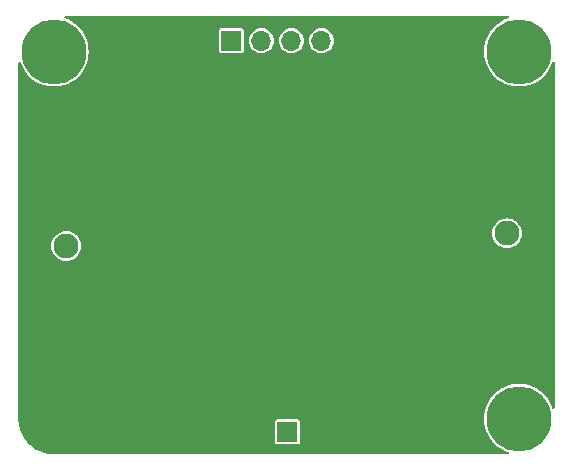
<source format=gbl>
G04 #@! TF.GenerationSoftware,KiCad,Pcbnew,8.0.9-1.fc41*
G04 #@! TF.CreationDate,2025-05-25T01:26:54-03:00*
G04 #@! TF.ProjectId,PA-circuit,50412d63-6972-4637-9569-742e6b696361,rev?*
G04 #@! TF.SameCoordinates,Original*
G04 #@! TF.FileFunction,Copper,L2,Bot*
G04 #@! TF.FilePolarity,Positive*
%FSLAX46Y46*%
G04 Gerber Fmt 4.6, Leading zero omitted, Abs format (unit mm)*
G04 Created by KiCad (PCBNEW 8.0.9-1.fc41) date 2025-05-25 01:26:54*
%MOMM*%
%LPD*%
G01*
G04 APERTURE LIST*
G04 #@! TA.AperFunction,ComponentPad*
%ADD10C,5.500000*%
G04 #@! TD*
G04 #@! TA.AperFunction,ComponentPad*
%ADD11R,1.700000X1.700000*%
G04 #@! TD*
G04 #@! TA.AperFunction,ComponentPad*
%ADD12O,1.700000X1.700000*%
G04 #@! TD*
G04 #@! TA.AperFunction,ComponentPad*
%ADD13C,2.108200*%
G04 #@! TD*
G04 #@! TA.AperFunction,ComponentPad*
%ADD14C,2.209800*%
G04 #@! TD*
G04 #@! TA.AperFunction,ComponentPad*
%ADD15C,0.500000*%
G04 #@! TD*
G04 #@! TA.AperFunction,SMDPad,CuDef*
%ADD16R,1.600000X1.600000*%
G04 #@! TD*
G04 #@! TA.AperFunction,ViaPad*
%ADD17C,0.800000*%
G04 #@! TD*
G04 APERTURE END LIST*
D10*
X108798000Y-43000000D03*
X69398000Y-74084000D03*
D11*
X84438000Y-42084000D03*
D12*
X86978000Y-42084000D03*
X89518000Y-42084000D03*
X92058000Y-42084000D03*
X94598000Y-42084000D03*
D10*
X108798000Y-74084000D03*
D13*
X107768578Y-58390958D03*
D14*
X105228578Y-60930958D03*
X105228578Y-55850958D03*
X110308578Y-60930958D03*
X110308578Y-55850958D03*
D10*
X69398000Y-43000000D03*
D11*
X89171078Y-75204225D03*
D13*
X70442066Y-59463829D03*
D14*
X72982066Y-56923829D03*
X72982066Y-62003829D03*
X67902066Y-56923829D03*
X67902066Y-62003829D03*
D15*
X86581078Y-57840958D03*
X86581078Y-58390958D03*
X86581078Y-58940958D03*
X87131078Y-57840958D03*
X87131078Y-58390958D03*
D16*
X87131078Y-58390958D03*
D15*
X87131078Y-58940958D03*
X87681078Y-57840958D03*
X87681078Y-58390958D03*
X87681078Y-58940958D03*
D17*
X99256078Y-53315958D03*
X90806078Y-70965958D03*
X88693578Y-50015958D03*
X93656078Y-51815958D03*
X90806078Y-67965958D03*
X79156078Y-64315958D03*
X102006078Y-63465958D03*
X90756078Y-52515958D03*
X70756078Y-65815958D03*
X97442066Y-60263829D03*
X99256078Y-45815958D03*
X79156078Y-71815958D03*
X96456078Y-53315958D03*
X88593578Y-51742958D03*
X96456078Y-51815958D03*
X110456078Y-48815958D03*
X96456078Y-48815958D03*
X82038209Y-58013401D03*
X83143578Y-44715958D03*
X96456078Y-42815958D03*
X93656078Y-56315958D03*
X93606078Y-61965958D03*
X73706078Y-42815958D03*
X88393578Y-53242958D03*
X107656078Y-48815958D03*
X99256078Y-56315958D03*
X70906078Y-56315958D03*
X68106078Y-48815958D03*
X102006078Y-66465958D03*
X102006078Y-70965958D03*
X104806078Y-63465958D03*
X67956078Y-68815958D03*
X93606078Y-72465958D03*
X84756078Y-73315958D03*
X107606078Y-64965958D03*
X107606078Y-63465958D03*
X107606078Y-69465958D03*
X85643578Y-48515958D03*
X83543578Y-46365958D03*
X99206078Y-61965958D03*
X93606078Y-63465958D03*
X90806078Y-47065958D03*
X73556078Y-64315958D03*
X99256078Y-47315958D03*
X73556078Y-67315958D03*
X79156078Y-70315958D03*
X73706078Y-53315958D03*
X107606078Y-66465958D03*
X84756078Y-68815958D03*
X100842066Y-60263829D03*
X99256078Y-42815958D03*
X96456078Y-50315958D03*
X81956078Y-73315958D03*
X93656078Y-50315958D03*
X104856078Y-48815958D03*
X81956078Y-65815958D03*
X104856078Y-44315958D03*
X93606078Y-75465958D03*
X96406078Y-63465958D03*
X81464578Y-50428500D03*
X102056078Y-48815958D03*
X102056078Y-51815958D03*
X73706078Y-51815958D03*
X85343578Y-44815958D03*
X81956078Y-68815958D03*
X73556078Y-73315958D03*
X70756078Y-70315958D03*
X99206078Y-63465958D03*
X76356078Y-64315958D03*
X76506078Y-44315958D03*
X102006078Y-69465958D03*
X102006078Y-75465958D03*
X78356078Y-57765958D03*
X99256078Y-51815958D03*
X90806078Y-66465958D03*
X104856078Y-41315958D03*
X88593578Y-55215958D03*
X93606078Y-73965958D03*
X96406078Y-70965958D03*
X79156078Y-68815958D03*
X76506078Y-50315958D03*
X96456078Y-41315958D03*
X102056078Y-54815958D03*
X84756078Y-70315958D03*
X104806078Y-75465958D03*
X107656078Y-50315958D03*
X76356078Y-68815958D03*
X104806078Y-69465958D03*
X96456078Y-56315958D03*
X76506078Y-48815958D03*
X70906078Y-51815958D03*
X99206078Y-75465958D03*
X75106078Y-57765958D03*
X79156078Y-67315958D03*
X68106078Y-47315958D03*
X84756078Y-64315958D03*
X68106078Y-51815958D03*
X96456078Y-47315958D03*
X107642066Y-60863829D03*
X104856078Y-51815958D03*
X76506078Y-54815958D03*
X104856078Y-47315958D03*
X90806078Y-64965958D03*
X84756078Y-62815958D03*
X99206078Y-66465958D03*
X81956078Y-74815958D03*
X96406078Y-73965958D03*
X76356078Y-67315958D03*
X67956078Y-67315958D03*
X99256078Y-48815958D03*
X99206078Y-69465958D03*
X99256078Y-54815958D03*
X107606078Y-67965958D03*
X90806078Y-69465958D03*
X96456078Y-44315958D03*
X102056078Y-50315958D03*
X88743578Y-48365958D03*
X79156078Y-65815958D03*
X96406078Y-72465958D03*
X93606078Y-66465958D03*
X79248022Y-50963551D03*
X104806078Y-64965958D03*
X102056078Y-41315958D03*
X110406078Y-64965958D03*
X104856078Y-53315958D03*
X102006078Y-73965958D03*
X104856078Y-42815958D03*
X73556078Y-74815958D03*
X80456078Y-44265958D03*
X85893578Y-54415958D03*
X99256078Y-50315958D03*
X67956078Y-64315958D03*
X79234557Y-53373716D03*
X73706078Y-45815958D03*
X110406078Y-69465958D03*
X102006078Y-67965958D03*
X76506078Y-42815958D03*
X107656078Y-47315958D03*
X73706078Y-44315958D03*
X104806078Y-72465958D03*
X70756078Y-67315958D03*
X93656078Y-48815958D03*
X73556078Y-71815958D03*
X76856078Y-57765958D03*
X104856078Y-50315958D03*
X80456078Y-42765958D03*
X102056078Y-53315958D03*
X73706078Y-54815958D03*
X99206078Y-64965958D03*
X96406078Y-67965958D03*
X79156078Y-73315958D03*
X99256078Y-44315958D03*
X110456078Y-50315958D03*
X104806078Y-66465958D03*
X81956078Y-62815958D03*
X90856078Y-44565958D03*
X110456078Y-53315958D03*
X76356078Y-65815958D03*
X90806078Y-72465958D03*
X102056078Y-47315958D03*
X93656078Y-54815958D03*
X73706078Y-48815958D03*
X76356078Y-70315958D03*
X102442066Y-60263829D03*
X85693578Y-50265958D03*
X68106078Y-54815958D03*
X73706078Y-50315958D03*
X68106078Y-53315958D03*
X76506078Y-56315958D03*
X110456078Y-47315958D03*
X90806078Y-61965958D03*
X76356078Y-71815958D03*
X84756078Y-61315958D03*
X104856078Y-45815958D03*
X96456078Y-54815958D03*
X84756078Y-65815958D03*
X93606078Y-67965958D03*
X93606078Y-69465958D03*
X93606078Y-70965958D03*
X107656078Y-53315958D03*
X90242066Y-60263829D03*
X96456078Y-45815958D03*
X99256078Y-41315958D03*
X79156078Y-61315958D03*
X70906078Y-48815958D03*
X83743578Y-47915958D03*
X76356078Y-73315958D03*
X104806078Y-67965958D03*
X104806078Y-70965958D03*
X73706078Y-47315958D03*
X81956078Y-64315958D03*
X96406078Y-69465958D03*
X80456078Y-41265958D03*
X70906078Y-50315958D03*
X96406078Y-61965958D03*
X81956078Y-70315958D03*
X70906078Y-54815958D03*
X102006078Y-72465958D03*
X88593578Y-44415958D03*
X90806078Y-63465958D03*
X83368316Y-58081336D03*
X92042066Y-60263829D03*
X79156078Y-62815958D03*
X73706078Y-41315958D03*
X110406078Y-66465958D03*
X102006078Y-64965958D03*
X70906078Y-47315958D03*
X102056078Y-45815958D03*
X95642066Y-60263829D03*
X80114851Y-57765958D03*
X96406078Y-64965958D03*
X81956078Y-61315958D03*
X110406078Y-67965958D03*
X84756078Y-71815958D03*
X70756078Y-64315958D03*
X70756078Y-68815958D03*
X99206078Y-67965958D03*
X84756078Y-67315958D03*
X76356078Y-74815958D03*
X67956078Y-70315958D03*
X73556078Y-65815958D03*
X110406078Y-63465958D03*
X76506078Y-47315958D03*
X76506078Y-51815958D03*
X88693578Y-45665958D03*
X84343578Y-50765958D03*
X107656078Y-51815958D03*
X67956078Y-65815958D03*
X102006078Y-61965958D03*
X99206078Y-73965958D03*
X81250422Y-54431477D03*
X102056078Y-42815958D03*
X81593578Y-52265958D03*
X96406078Y-66465958D03*
X81956078Y-71815958D03*
X102056078Y-56315958D03*
X76356078Y-62815958D03*
X93656078Y-53315958D03*
X90864942Y-48322468D03*
X88643578Y-47015958D03*
X99206078Y-72465958D03*
X85793578Y-52115958D03*
X70906078Y-53315958D03*
X96406078Y-73965958D03*
X107642066Y-56063829D03*
X76356078Y-61315958D03*
X84756078Y-74815958D03*
X73556078Y-68815958D03*
X81956078Y-67315958D03*
X104806078Y-73965958D03*
X91768578Y-56715958D03*
X76506078Y-53315958D03*
X93606078Y-64965958D03*
X91067881Y-50241172D03*
X110456078Y-51815958D03*
X79156078Y-74815958D03*
X91856078Y-55665958D03*
X99206078Y-70965958D03*
X76506078Y-45815958D03*
X70442066Y-62463829D03*
X68106078Y-50315958D03*
X96406078Y-75465958D03*
X76506078Y-41315958D03*
X73556078Y-70315958D03*
X102056078Y-44315958D03*
G04 #@! TA.AperFunction,Conductor*
G36*
X107910482Y-40018907D02*
G01*
X107946446Y-40068407D01*
X107946446Y-40129593D01*
X107910482Y-40179093D01*
X107886153Y-40192028D01*
X107627386Y-40286212D01*
X107627385Y-40286212D01*
X107627383Y-40286213D01*
X107320248Y-40440462D01*
X107033099Y-40629324D01*
X106769814Y-40850245D01*
X106533959Y-41100237D01*
X106328717Y-41375924D01*
X106328715Y-41375927D01*
X106156869Y-41673574D01*
X106156866Y-41673580D01*
X106020738Y-41989157D01*
X106020736Y-41989164D01*
X105922165Y-42318415D01*
X105922165Y-42318417D01*
X105862484Y-42656884D01*
X105842500Y-43000000D01*
X105862484Y-43343115D01*
X105922165Y-43681582D01*
X105922165Y-43681584D01*
X105976775Y-43863994D01*
X106020738Y-44010841D01*
X106156869Y-44326426D01*
X106328716Y-44624074D01*
X106533956Y-44899759D01*
X106769813Y-45149753D01*
X107033098Y-45370675D01*
X107320250Y-45559538D01*
X107627386Y-45713788D01*
X107950353Y-45831338D01*
X107950356Y-45831338D01*
X107950357Y-45831339D01*
X108284772Y-45910597D01*
X108284777Y-45910597D01*
X108284783Y-45910599D01*
X108626153Y-45950500D01*
X108626157Y-45950500D01*
X108969843Y-45950500D01*
X108969847Y-45950500D01*
X109311217Y-45910599D01*
X109311223Y-45910597D01*
X109311227Y-45910597D01*
X109534170Y-45857758D01*
X109645647Y-45831338D01*
X109968614Y-45713788D01*
X110275750Y-45559538D01*
X110562902Y-45370675D01*
X110826187Y-45149753D01*
X111062044Y-44899759D01*
X111267284Y-44624074D01*
X111439131Y-44326426D01*
X111575262Y-44010841D01*
X111604159Y-43914318D01*
X111638961Y-43863994D01*
X111696696Y-43843738D01*
X111755311Y-43861286D01*
X111792417Y-43909935D01*
X111798000Y-43942711D01*
X111798000Y-73141288D01*
X111779093Y-73199479D01*
X111729593Y-73235443D01*
X111668407Y-73235443D01*
X111618907Y-73199479D01*
X111604159Y-73169681D01*
X111575263Y-73073164D01*
X111575261Y-73073157D01*
X111439131Y-72757574D01*
X111267284Y-72459926D01*
X111062044Y-72184241D01*
X110826187Y-71934247D01*
X110562902Y-71713325D01*
X110469826Y-71652108D01*
X110275751Y-71524462D01*
X109968616Y-71370213D01*
X109968615Y-71370212D01*
X109968614Y-71370212D01*
X109645647Y-71252662D01*
X109645648Y-71252662D01*
X109645642Y-71252660D01*
X109311227Y-71173402D01*
X109220649Y-71162815D01*
X108969847Y-71133500D01*
X108626153Y-71133500D01*
X108414267Y-71158266D01*
X108284772Y-71173402D01*
X107950357Y-71252660D01*
X107756835Y-71323096D01*
X107627386Y-71370212D01*
X107627385Y-71370212D01*
X107627383Y-71370213D01*
X107320248Y-71524462D01*
X107033099Y-71713324D01*
X106769814Y-71934245D01*
X106533959Y-72184237D01*
X106328717Y-72459924D01*
X106328715Y-72459927D01*
X106156869Y-72757574D01*
X106156866Y-72757580D01*
X106020738Y-73073157D01*
X106020736Y-73073164D01*
X105922165Y-73402415D01*
X105922165Y-73402417D01*
X105862484Y-73740884D01*
X105842500Y-74084000D01*
X105862484Y-74427115D01*
X105922165Y-74765582D01*
X105922165Y-74765584D01*
X106020736Y-75094835D01*
X106020738Y-75094841D01*
X106156869Y-75410426D01*
X106328716Y-75708074D01*
X106533956Y-75983759D01*
X106769813Y-76233753D01*
X107033098Y-76454675D01*
X107320250Y-76643538D01*
X107627386Y-76797788D01*
X107886152Y-76891970D01*
X107934366Y-76929640D01*
X107951231Y-76988455D01*
X107930304Y-77045950D01*
X107879579Y-77080165D01*
X107852291Y-77084000D01*
X69399799Y-77084000D01*
X69399584Y-77083999D01*
X69399081Y-77083997D01*
X69398365Y-77083995D01*
X69397665Y-77083990D01*
X69396374Y-77083976D01*
X69396060Y-77083972D01*
X69243144Y-77081828D01*
X69240716Y-77081764D01*
X69232110Y-77081432D01*
X69227270Y-77081127D01*
X69219304Y-77080427D01*
X69218686Y-77080373D01*
X69216262Y-77080131D01*
X68910395Y-77045668D01*
X68907637Y-77045317D01*
X68897907Y-77043943D01*
X68892441Y-77043015D01*
X68882756Y-77041089D01*
X68880035Y-77040508D01*
X68581890Y-76972458D01*
X68579190Y-76971801D01*
X68569631Y-76969335D01*
X68564296Y-76967798D01*
X68554887Y-76964799D01*
X68552254Y-76963919D01*
X68263602Y-76862915D01*
X68260995Y-76861962D01*
X68251805Y-76858454D01*
X68246669Y-76856326D01*
X68237644Y-76852287D01*
X68235131Y-76851120D01*
X67959604Y-76718435D01*
X67957114Y-76717193D01*
X67948352Y-76712665D01*
X67943511Y-76709990D01*
X67942061Y-76709135D01*
X67934983Y-76704959D01*
X67932663Y-76703547D01*
X67673673Y-76540813D01*
X67671341Y-76539301D01*
X67663158Y-76533833D01*
X67658628Y-76530619D01*
X67650729Y-76524674D01*
X67648537Y-76522975D01*
X67409469Y-76332325D01*
X67407325Y-76330566D01*
X67399769Y-76324186D01*
X67395626Y-76320484D01*
X67388484Y-76313732D01*
X67386492Y-76311796D01*
X67170203Y-76095507D01*
X67168267Y-76093515D01*
X67161515Y-76086373D01*
X67157813Y-76082230D01*
X67151433Y-76074674D01*
X67149674Y-76072530D01*
X66959024Y-75833462D01*
X66957325Y-75831270D01*
X66951380Y-75823371D01*
X66948166Y-75818841D01*
X66942698Y-75810658D01*
X66941186Y-75808326D01*
X66878194Y-75708075D01*
X66778439Y-75549316D01*
X66777052Y-75547037D01*
X66772004Y-75538480D01*
X66769340Y-75533660D01*
X66764789Y-75524851D01*
X66763564Y-75522395D01*
X66630879Y-75246868D01*
X66629712Y-75244355D01*
X66625673Y-75235330D01*
X66623553Y-75230215D01*
X66620022Y-75220965D01*
X66619084Y-75218397D01*
X66518080Y-74929745D01*
X66517200Y-74927112D01*
X66514201Y-74917703D01*
X66512664Y-74912368D01*
X66510198Y-74902809D01*
X66509551Y-74900153D01*
X66441481Y-74601920D01*
X66440910Y-74599243D01*
X66438984Y-74589558D01*
X66438056Y-74584092D01*
X66436682Y-74574362D01*
X66436337Y-74571656D01*
X66409614Y-74334478D01*
X88120578Y-74334478D01*
X88120578Y-76073971D01*
X88120579Y-76073983D01*
X88124861Y-76095507D01*
X88132211Y-76132456D01*
X88176526Y-76198777D01*
X88242847Y-76243092D01*
X88287309Y-76251936D01*
X88301319Y-76254723D01*
X88301324Y-76254723D01*
X88301330Y-76254725D01*
X88301331Y-76254725D01*
X90040825Y-76254725D01*
X90040826Y-76254725D01*
X90099309Y-76243092D01*
X90165630Y-76198777D01*
X90209945Y-76132456D01*
X90221578Y-76073973D01*
X90221578Y-74334477D01*
X90209945Y-74275994D01*
X90165630Y-74209673D01*
X90165626Y-74209670D01*
X90099311Y-74165359D01*
X90099309Y-74165358D01*
X90099306Y-74165357D01*
X90099305Y-74165357D01*
X90040836Y-74153726D01*
X90040826Y-74153725D01*
X88301330Y-74153725D01*
X88301329Y-74153725D01*
X88301319Y-74153726D01*
X88242850Y-74165357D01*
X88242844Y-74165359D01*
X88176529Y-74209670D01*
X88176523Y-74209676D01*
X88132212Y-74275991D01*
X88132210Y-74275997D01*
X88120579Y-74334466D01*
X88120578Y-74334478D01*
X66409614Y-74334478D01*
X66401861Y-74265669D01*
X66401632Y-74263387D01*
X66400871Y-74254720D01*
X66400567Y-74249889D01*
X66400235Y-74241283D01*
X66400171Y-74238855D01*
X66399141Y-74165357D01*
X66398025Y-74085752D01*
X66398006Y-74084000D01*
X66398000Y-74082248D01*
X66398000Y-59463825D01*
X69182674Y-59463825D01*
X69182674Y-59463832D01*
X69201805Y-59682512D01*
X69201806Y-59682519D01*
X69201807Y-59682520D01*
X69258625Y-59894566D01*
X69351401Y-60093525D01*
X69477316Y-60273351D01*
X69632544Y-60428579D01*
X69812370Y-60554494D01*
X70011329Y-60647270D01*
X70223375Y-60704088D01*
X70223379Y-60704088D01*
X70223382Y-60704089D01*
X70442063Y-60723221D01*
X70442066Y-60723221D01*
X70442069Y-60723221D01*
X70660749Y-60704089D01*
X70660750Y-60704088D01*
X70660757Y-60704088D01*
X70872803Y-60647270D01*
X71071762Y-60554494D01*
X71251588Y-60428579D01*
X71406816Y-60273351D01*
X71532731Y-60093525D01*
X71625507Y-59894566D01*
X71682325Y-59682520D01*
X71686814Y-59631218D01*
X71701458Y-59463832D01*
X71701458Y-59463825D01*
X71682326Y-59245145D01*
X71682325Y-59245142D01*
X71682325Y-59245138D01*
X71625507Y-59033092D01*
X71532731Y-58834133D01*
X71406816Y-58654307D01*
X71251588Y-58499079D01*
X71251584Y-58499076D01*
X71251583Y-58499075D01*
X71151817Y-58429219D01*
X71097169Y-58390954D01*
X106509186Y-58390954D01*
X106509186Y-58390961D01*
X106528317Y-58609641D01*
X106528318Y-58609648D01*
X106528319Y-58609649D01*
X106585137Y-58821695D01*
X106677913Y-59020654D01*
X106803828Y-59200480D01*
X106959056Y-59355708D01*
X107138882Y-59481623D01*
X107337841Y-59574399D01*
X107549887Y-59631217D01*
X107549891Y-59631217D01*
X107549894Y-59631218D01*
X107768575Y-59650350D01*
X107768578Y-59650350D01*
X107768581Y-59650350D01*
X107987261Y-59631218D01*
X107987262Y-59631217D01*
X107987269Y-59631217D01*
X108199315Y-59574399D01*
X108398274Y-59481623D01*
X108578100Y-59355708D01*
X108733328Y-59200480D01*
X108859243Y-59020654D01*
X108952019Y-58821695D01*
X109008837Y-58609649D01*
X109027970Y-58390958D01*
X109027970Y-58390954D01*
X109008838Y-58172274D01*
X109008837Y-58172271D01*
X109008837Y-58172267D01*
X108952019Y-57960221D01*
X108859243Y-57761262D01*
X108733328Y-57581436D01*
X108578100Y-57426208D01*
X108578096Y-57426205D01*
X108578095Y-57426204D01*
X108478329Y-57356348D01*
X108398274Y-57300293D01*
X108199315Y-57207517D01*
X107987269Y-57150699D01*
X107987268Y-57150698D01*
X107987261Y-57150697D01*
X107768581Y-57131566D01*
X107768575Y-57131566D01*
X107549894Y-57150697D01*
X107549887Y-57150699D01*
X107337841Y-57207517D01*
X107245066Y-57250778D01*
X107138883Y-57300292D01*
X106959060Y-57426204D01*
X106803824Y-57581440D01*
X106677912Y-57761263D01*
X106585137Y-57960222D01*
X106528317Y-58172274D01*
X106509186Y-58390954D01*
X71097169Y-58390954D01*
X71071762Y-58373164D01*
X70872803Y-58280388D01*
X70660757Y-58223570D01*
X70660756Y-58223569D01*
X70660749Y-58223568D01*
X70442069Y-58204437D01*
X70442063Y-58204437D01*
X70223382Y-58223568D01*
X70223375Y-58223570D01*
X70011329Y-58280388D01*
X69918554Y-58323649D01*
X69812371Y-58373163D01*
X69632548Y-58499075D01*
X69477312Y-58654311D01*
X69351400Y-58834134D01*
X69258625Y-59033093D01*
X69201805Y-59245145D01*
X69182674Y-59463825D01*
X66398000Y-59463825D01*
X66398000Y-43942711D01*
X66416907Y-43884520D01*
X66466407Y-43848556D01*
X66527593Y-43848556D01*
X66577093Y-43884520D01*
X66591841Y-43914318D01*
X66620738Y-44010841D01*
X66756869Y-44326426D01*
X66928716Y-44624074D01*
X67133956Y-44899759D01*
X67369813Y-45149753D01*
X67633098Y-45370675D01*
X67920250Y-45559538D01*
X68227386Y-45713788D01*
X68550353Y-45831338D01*
X68550356Y-45831338D01*
X68550357Y-45831339D01*
X68884772Y-45910597D01*
X68884777Y-45910597D01*
X68884783Y-45910599D01*
X69226153Y-45950500D01*
X69226157Y-45950500D01*
X69569843Y-45950500D01*
X69569847Y-45950500D01*
X69911217Y-45910599D01*
X69911223Y-45910597D01*
X69911227Y-45910597D01*
X70134170Y-45857758D01*
X70245647Y-45831338D01*
X70568614Y-45713788D01*
X70875750Y-45559538D01*
X71162902Y-45370675D01*
X71426187Y-45149753D01*
X71662044Y-44899759D01*
X71867284Y-44624074D01*
X72039131Y-44326426D01*
X72175262Y-44010841D01*
X72273834Y-43681585D01*
X72333516Y-43343113D01*
X72353500Y-43000000D01*
X72333516Y-42656887D01*
X72273834Y-42318415D01*
X72175262Y-41989159D01*
X72039131Y-41673574D01*
X71867284Y-41375926D01*
X71746923Y-41214253D01*
X83387500Y-41214253D01*
X83387500Y-42953746D01*
X83387501Y-42953758D01*
X83399132Y-43012227D01*
X83399134Y-43012233D01*
X83443445Y-43078548D01*
X83443448Y-43078552D01*
X83509769Y-43122867D01*
X83554231Y-43131711D01*
X83568241Y-43134498D01*
X83568246Y-43134498D01*
X83568252Y-43134500D01*
X83568253Y-43134500D01*
X85307747Y-43134500D01*
X85307748Y-43134500D01*
X85366231Y-43122867D01*
X85432552Y-43078552D01*
X85476867Y-43012231D01*
X85488500Y-42953748D01*
X85488500Y-42083996D01*
X85922417Y-42083996D01*
X85922417Y-42084003D01*
X85942698Y-42289929D01*
X85942699Y-42289934D01*
X86002768Y-42487954D01*
X86100316Y-42670452D01*
X86231585Y-42830404D01*
X86231590Y-42830410D01*
X86231595Y-42830414D01*
X86391547Y-42961683D01*
X86391548Y-42961683D01*
X86391550Y-42961685D01*
X86574046Y-43059232D01*
X86711997Y-43101078D01*
X86772065Y-43119300D01*
X86772070Y-43119301D01*
X86977997Y-43139583D01*
X86978000Y-43139583D01*
X86978003Y-43139583D01*
X87183929Y-43119301D01*
X87183934Y-43119300D01*
X87381954Y-43059232D01*
X87564450Y-42961685D01*
X87724410Y-42830410D01*
X87855685Y-42670450D01*
X87953232Y-42487954D01*
X88013300Y-42289934D01*
X88013301Y-42289929D01*
X88033583Y-42084003D01*
X88033583Y-42083996D01*
X88462417Y-42083996D01*
X88462417Y-42084003D01*
X88482698Y-42289929D01*
X88482699Y-42289934D01*
X88542768Y-42487954D01*
X88640316Y-42670452D01*
X88771585Y-42830404D01*
X88771590Y-42830410D01*
X88771595Y-42830414D01*
X88931547Y-42961683D01*
X88931548Y-42961683D01*
X88931550Y-42961685D01*
X89114046Y-43059232D01*
X89251997Y-43101078D01*
X89312065Y-43119300D01*
X89312070Y-43119301D01*
X89517997Y-43139583D01*
X89518000Y-43139583D01*
X89518003Y-43139583D01*
X89723929Y-43119301D01*
X89723934Y-43119300D01*
X89921954Y-43059232D01*
X90104450Y-42961685D01*
X90264410Y-42830410D01*
X90395685Y-42670450D01*
X90493232Y-42487954D01*
X90553300Y-42289934D01*
X90553301Y-42289929D01*
X90573583Y-42084003D01*
X90573583Y-42083996D01*
X91002417Y-42083996D01*
X91002417Y-42084003D01*
X91022698Y-42289929D01*
X91022699Y-42289934D01*
X91082768Y-42487954D01*
X91180316Y-42670452D01*
X91311585Y-42830404D01*
X91311590Y-42830410D01*
X91311595Y-42830414D01*
X91471547Y-42961683D01*
X91471548Y-42961683D01*
X91471550Y-42961685D01*
X91654046Y-43059232D01*
X91791997Y-43101078D01*
X91852065Y-43119300D01*
X91852070Y-43119301D01*
X92057997Y-43139583D01*
X92058000Y-43139583D01*
X92058003Y-43139583D01*
X92263929Y-43119301D01*
X92263934Y-43119300D01*
X92461954Y-43059232D01*
X92644450Y-42961685D01*
X92804410Y-42830410D01*
X92935685Y-42670450D01*
X93033232Y-42487954D01*
X93093300Y-42289934D01*
X93093301Y-42289929D01*
X93113583Y-42084003D01*
X93113583Y-42083996D01*
X93093301Y-41878070D01*
X93093300Y-41878065D01*
X93075078Y-41817997D01*
X93033232Y-41680046D01*
X92935685Y-41497550D01*
X92804410Y-41337590D01*
X92654123Y-41214253D01*
X92644452Y-41206316D01*
X92461954Y-41108768D01*
X92263934Y-41048699D01*
X92263929Y-41048698D01*
X92058003Y-41028417D01*
X92057997Y-41028417D01*
X91852070Y-41048698D01*
X91852065Y-41048699D01*
X91654045Y-41108768D01*
X91471547Y-41206316D01*
X91311595Y-41337585D01*
X91311585Y-41337595D01*
X91180316Y-41497547D01*
X91082768Y-41680045D01*
X91022699Y-41878065D01*
X91022698Y-41878070D01*
X91002417Y-42083996D01*
X90573583Y-42083996D01*
X90553301Y-41878070D01*
X90553300Y-41878065D01*
X90535078Y-41817997D01*
X90493232Y-41680046D01*
X90395685Y-41497550D01*
X90264410Y-41337590D01*
X90114123Y-41214253D01*
X90104452Y-41206316D01*
X89921954Y-41108768D01*
X89723934Y-41048699D01*
X89723929Y-41048698D01*
X89518003Y-41028417D01*
X89517997Y-41028417D01*
X89312070Y-41048698D01*
X89312065Y-41048699D01*
X89114045Y-41108768D01*
X88931547Y-41206316D01*
X88771595Y-41337585D01*
X88771585Y-41337595D01*
X88640316Y-41497547D01*
X88542768Y-41680045D01*
X88482699Y-41878065D01*
X88482698Y-41878070D01*
X88462417Y-42083996D01*
X88033583Y-42083996D01*
X88013301Y-41878070D01*
X88013300Y-41878065D01*
X87995078Y-41817997D01*
X87953232Y-41680046D01*
X87855685Y-41497550D01*
X87724410Y-41337590D01*
X87574123Y-41214253D01*
X87564452Y-41206316D01*
X87381954Y-41108768D01*
X87183934Y-41048699D01*
X87183929Y-41048698D01*
X86978003Y-41028417D01*
X86977997Y-41028417D01*
X86772070Y-41048698D01*
X86772065Y-41048699D01*
X86574045Y-41108768D01*
X86391547Y-41206316D01*
X86231595Y-41337585D01*
X86231585Y-41337595D01*
X86100316Y-41497547D01*
X86002768Y-41680045D01*
X85942699Y-41878065D01*
X85942698Y-41878070D01*
X85922417Y-42083996D01*
X85488500Y-42083996D01*
X85488500Y-41214252D01*
X85486921Y-41206316D01*
X85485711Y-41200231D01*
X85476867Y-41155769D01*
X85432552Y-41089448D01*
X85432548Y-41089445D01*
X85366233Y-41045134D01*
X85366231Y-41045133D01*
X85366228Y-41045132D01*
X85366227Y-41045132D01*
X85307758Y-41033501D01*
X85307748Y-41033500D01*
X83568252Y-41033500D01*
X83568251Y-41033500D01*
X83568241Y-41033501D01*
X83509772Y-41045132D01*
X83509766Y-41045134D01*
X83443451Y-41089445D01*
X83443445Y-41089451D01*
X83399134Y-41155766D01*
X83399132Y-41155772D01*
X83387501Y-41214241D01*
X83387500Y-41214253D01*
X71746923Y-41214253D01*
X71662044Y-41100241D01*
X71426187Y-40850247D01*
X71162902Y-40629325D01*
X71069826Y-40568108D01*
X70875751Y-40440462D01*
X70568616Y-40286213D01*
X70568615Y-40286212D01*
X70568614Y-40286212D01*
X70309847Y-40192029D01*
X70261634Y-40154360D01*
X70244769Y-40095545D01*
X70265696Y-40038050D01*
X70316421Y-40003835D01*
X70343709Y-40000000D01*
X107852291Y-40000000D01*
X107910482Y-40018907D01*
G37*
G04 #@! TD.AperFunction*
M02*

</source>
